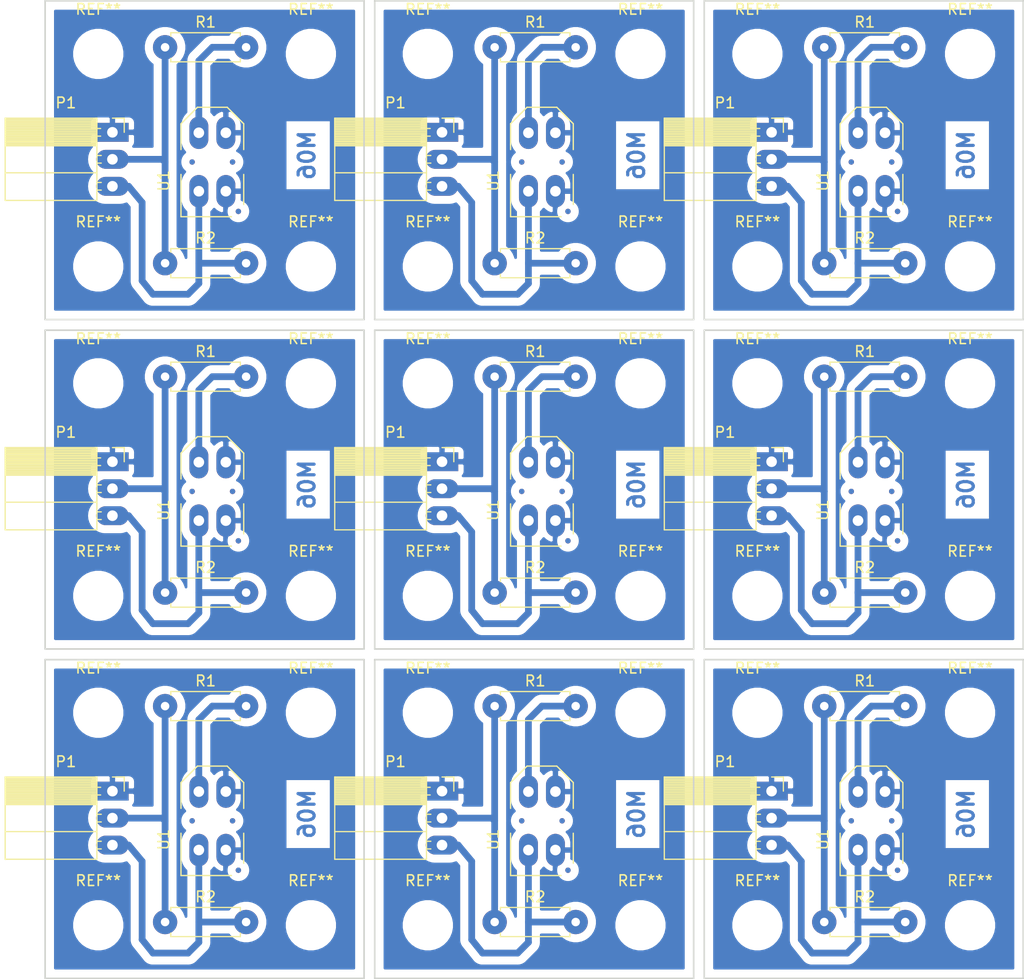
<source format=kicad_pcb>
(kicad_pcb (version 20241229) (generator "pcbnew") (generator_version "9.0")
  (layers (0 "F.Cu" signal) (2 "B.Cu" signal) (13 "F.Paste" user) (15 "B.Paste" user) (5 "F.SilkS" user) (7 "B.SilkS" user) (1 "F.Mask" user) (3 "B.Mask" user) (25 "Edge.Cuts" user))
  (net 0 "")
  (net 1 "GND")
  (net 2 "Net-(P1-Pad2)")
  (net 3 "Net-(P1-Pad3)")
  (net 4 "Net-(R1-Pad2)")
  (footprint "Mounting_Holes:MountingHole_3.2mm_M3" (layer "F.Cu") (at 135 80)
    (property "Reference" "REF**")
    (property "Value" "MountingHole_3.2mm_M3" (hide yes))
  )
  (footprint "Mounting_Holes:MountingHole_3.2mm_M3" (layer "F.Cu") (at 115 80)
    (property "Reference" "REF**")
    (property "Value" "MountingHole_3.2mm_M3" (hide yes))
  )
  (footprint "Mounting_Holes:MountingHole_3.2mm_M3" (layer "F.Cu") (at 115 100)
    (property "Reference" "REF**")
    (property "Value" "MountingHole_3.2mm_M3" (hide yes))
  )
  (footprint "Mounting_Holes:MountingHole_3.2mm_M3" (layer "F.Cu") (at 135 100)
    (property "Reference" "REF**")
    (property "Value" "MountingHole_3.2mm_M3" (hide yes))
  )
  (footprint "Connector_PinSocket_2.54mm:PinSocket_1x03_P2.54mm_Horizontal" (layer "F.Cu") (at 116.332 87.376)
    (property "Reference" "P1")
    (property "Value" "Conn_01x03")
  )
  (footprint "Resistor_THT:R_Axial_DIN0207_L6.3mm_D2.5mm_P7.62mm_Horizontal" (layer "F.Cu") (at 121.285 79.375)
    (property "Reference" "R1")
    (property "Value" "180")
  )
  (footprint "Resistor_THT:R_Axial_DIN0207_L6.3mm_D2.5mm_P7.62mm_Horizontal" (layer "F.Cu") (at 121.285 99.695)
    (property "Reference" "R2")
    (property "Value" "10K")
  )
  (footprint "Modulo_seguidor1:OPTO_TCRT5000" (layer "F.Cu") (at 125.73 90.17 90)
    (property "Reference" "U1")
    (property "Value" "TCRT5000")
  )
  (footprint "Modulo_seguidor1:OPTO_TCRT5000" (layer "F.Cu") (at 156.73 90.17 90)
    (property "Reference" "U1")
    (property "Value" "TCRT5000")
  )
  (footprint "Modulo_seguidor1:OPTO_TCRT5000" (layer "F.Cu") (at 187.73 90.17 90)
    (property "Reference" "U1")
    (property "Value" "TCRT5000")
  )
  (footprint "Modulo_seguidor1:OPTO_TCRT5000" (layer "F.Cu") (at 125.73 121.17 90)
    (property "Reference" "U1")
    (property "Value" "TCRT5000")
  )
  (footprint "Modulo_seguidor1:OPTO_TCRT5000" (layer "F.Cu") (at 156.73 121.17 90)
    (property "Reference" "U1")
    (property "Value" "TCRT5000")
  )
  (footprint "Modulo_seguidor1:OPTO_TCRT5000" (layer "F.Cu") (at 187.73 121.17 90)
    (property "Reference" "U1")
    (property "Value" "TCRT5000")
  )
  (footprint "Modulo_seguidor1:OPTO_TCRT5000" (layer "F.Cu") (at 125.73 152.17 90)
    (property "Reference" "U1")
    (property "Value" "TCRT5000")
  )
  (footprint "Modulo_seguidor1:OPTO_TCRT5000" (layer "F.Cu") (at 156.73 152.17 90)
    (property "Reference" "U1")
    (property "Value" "TCRT5000")
  )
  (footprint "Modulo_seguidor1:OPTO_TCRT5000" (layer "F.Cu") (at 187.73 152.17 90)
    (property "Reference" "U1")
    (property "Value" "TCRT5000")
  )
  (footprint "Mounting_Holes:MountingHole_3.2mm_M3" (layer "F.Cu") (at 146 100)
    (property "Reference" "REF**")
    (property "Value" "MountingHole_3.2mm_M3" (hide yes))
  )
  (footprint "Mounting_Holes:MountingHole_3.2mm_M3" (layer "F.Cu") (at 177 100)
    (property "Reference" "REF**")
    (property "Value" "MountingHole_3.2mm_M3" (hide yes))
  )
  (footprint "Mounting_Holes:MountingHole_3.2mm_M3" (layer "F.Cu") (at 115 131)
    (property "Reference" "REF**")
    (property "Value" "MountingHole_3.2mm_M3" (hide yes))
  )
  (footprint "Mounting_Holes:MountingHole_3.2mm_M3" (layer "F.Cu") (at 146 131)
    (property "Reference" "REF**")
    (property "Value" "MountingHole_3.2mm_M3" (hide yes))
  )
  (footprint "Mounting_Holes:MountingHole_3.2mm_M3" (layer "F.Cu") (at 177 131)
    (property "Reference" "REF**")
    (property "Value" "MountingHole_3.2mm_M3" (hide yes))
  )
  (footprint "Mounting_Holes:MountingHole_3.2mm_M3" (layer "F.Cu") (at 115 162)
    (property "Reference" "REF**")
    (property "Value" "MountingHole_3.2mm_M3" (hide yes))
  )
  (footprint "Mounting_Holes:MountingHole_3.2mm_M3" (layer "F.Cu") (at 146 162)
    (property "Reference" "REF**")
    (property "Value" "MountingHole_3.2mm_M3" (hide yes))
  )
  (footprint "Mounting_Holes:MountingHole_3.2mm_M3" (layer "F.Cu") (at 177 162)
    (property "Reference" "REF**")
    (property "Value" "MountingHole_3.2mm_M3" (hide yes))
  )
  (footprint "Mounting_Holes:MountingHole_3.2mm_M3" (layer "F.Cu") (at 146 80)
    (property "Reference" "REF**")
    (property "Value" "MountingHole_3.2mm_M3" (hide yes))
  )
  (footprint "Mounting_Holes:MountingHole_3.2mm_M3" (layer "F.Cu") (at 177 80)
    (property "Reference" "REF**")
    (property "Value" "MountingHole_3.2mm_M3" (hide yes))
  )
  (footprint "Mounting_Holes:MountingHole_3.2mm_M3" (layer "F.Cu") (at 115 111)
    (property "Reference" "REF**")
    (property "Value" "MountingHole_3.2mm_M3" (hide yes))
  )
  (footprint "Mounting_Holes:MountingHole_3.2mm_M3" (layer "F.Cu") (at 146 111)
    (property "Reference" "REF**")
    (property "Value" "MountingHole_3.2mm_M3" (hide yes))
  )
  (footprint "Mounting_Holes:MountingHole_3.2mm_M3" (layer "F.Cu") (at 177 111)
    (property "Reference" "REF**")
    (property "Value" "MountingHole_3.2mm_M3" (hide yes))
  )
  (footprint "Mounting_Holes:MountingHole_3.2mm_M3" (layer "F.Cu") (at 115 142)
    (property "Reference" "REF**")
    (property "Value" "MountingHole_3.2mm_M3" (hide yes))
  )
  (footprint "Mounting_Holes:MountingHole_3.2mm_M3" (layer "F.Cu") (at 146 142)
    (property "Reference" "REF**")
    (property "Value" "MountingHole_3.2mm_M3" (hide yes))
  )
  (footprint "Mounting_Holes:MountingHole_3.2mm_M3" (layer "F.Cu") (at 177 142)
    (property "Reference" "REF**")
    (property "Value" "MountingHole_3.2mm_M3" (hide yes))
  )
  (footprint "Resistor_THT:R_Axial_DIN0207_L6.3mm_D2.5mm_P7.62mm_Horizontal" (layer "F.Cu") (at 152.285 99.695)
    (property "Reference" "R2")
    (property "Value" "10K")
  )
  (footprint "Resistor_THT:R_Axial_DIN0207_L6.3mm_D2.5mm_P7.62mm_Horizontal" (layer "F.Cu") (at 183.285 99.695)
    (property "Reference" "R2")
    (property "Value" "10K")
  )
  (footprint "Resistor_THT:R_Axial_DIN0207_L6.3mm_D2.5mm_P7.62mm_Horizontal" (layer "F.Cu") (at 121.285 130.695)
    (property "Reference" "R2")
    (property "Value" "10K")
  )
  (footprint "Resistor_THT:R_Axial_DIN0207_L6.3mm_D2.5mm_P7.62mm_Horizontal" (layer "F.Cu") (at 152.285 130.695)
    (property "Reference" "R2")
    (property "Value" "10K")
  )
  (footprint "Resistor_THT:R_Axial_DIN0207_L6.3mm_D2.5mm_P7.62mm_Horizontal" (layer "F.Cu") (at 183.285 130.695)
    (property "Reference" "R2")
    (property "Value" "10K")
  )
  (footprint "Resistor_THT:R_Axial_DIN0207_L6.3mm_D2.5mm_P7.62mm_Horizontal" (layer "F.Cu") (at 121.285 161.695)
    (property "Reference" "R2")
    (property "Value" "10K")
  )
  (footprint "Resistor_THT:R_Axial_DIN0207_L6.3mm_D2.5mm_P7.62mm_Horizontal" (layer "F.Cu") (at 152.285 161.695)
    (property "Reference" "R2")
    (property "Value" "10K")
  )
  (footprint "Resistor_THT:R_Axial_DIN0207_L6.3mm_D2.5mm_P7.62mm_Horizontal" (layer "F.Cu") (at 183.285 161.695)
    (property "Reference" "R2")
    (property "Value" "10K")
  )
  (footprint "Mounting_Holes:MountingHole_3.2mm_M3" (layer "F.Cu") (at 166 80)
    (property "Reference" "REF**")
    (property "Value" "MountingHole_3.2mm_M3" (hide yes))
  )
  (footprint "Mounting_Holes:MountingHole_3.2mm_M3" (layer "F.Cu") (at 197 80)
    (property "Reference" "REF**")
    (property "Value" "MountingHole_3.2mm_M3" (hide yes))
  )
  (footprint "Mounting_Holes:MountingHole_3.2mm_M3" (layer "F.Cu") (at 135 111)
    (property "Reference" "REF**")
    (property "Value" "MountingHole_3.2mm_M3" (hide yes))
  )
  (footprint "Mounting_Holes:MountingHole_3.2mm_M3" (layer "F.Cu") (at 166 111)
    (property "Reference" "REF**")
    (property "Value" "MountingHole_3.2mm_M3" (hide yes))
  )
  (footprint "Mounting_Holes:MountingHole_3.2mm_M3" (layer "F.Cu") (at 197 111)
    (property "Reference" "REF**")
    (property "Value" "MountingHole_3.2mm_M3" (hide yes))
  )
  (footprint "Mounting_Holes:MountingHole_3.2mm_M3" (layer "F.Cu") (at 135 142)
    (property "Reference" "REF**")
    (property "Value" "MountingHole_3.2mm_M3" (hide yes))
  )
  (footprint "Mounting_Holes:MountingHole_3.2mm_M3" (layer "F.Cu") (at 166 142)
    (property "Reference" "REF**")
    (property "Value" "MountingHole_3.2mm_M3" (hide yes))
  )
  (footprint "Mounting_Holes:MountingHole_3.2mm_M3" (layer "F.Cu") (at 197 142)
    (property "Reference" "REF**")
    (property "Value" "MountingHole_3.2mm_M3" (hide yes))
  )
  (footprint "Mounting_Holes:MountingHole_3.2mm_M3" (layer "F.Cu") (at 166 100)
    (property "Reference" "REF**")
    (property "Value" "MountingHole_3.2mm_M3" (hide yes))
  )
  (footprint "Mounting_Holes:MountingHole_3.2mm_M3" (layer "F.Cu") (at 197 100)
    (property "Reference" "REF**")
    (property "Value" "MountingHole_3.2mm_M3" (hide yes))
  )
  (footprint "Mounting_Holes:MountingHole_3.2mm_M3" (layer "F.Cu") (at 135 131)
    (property "Reference" "REF**")
    (property "Value" "MountingHole_3.2mm_M3" (hide yes))
  )
  (footprint "Mounting_Holes:MountingHole_3.2mm_M3" (layer "F.Cu") (at 166 131)
    (property "Reference" "REF**")
    (property "Value" "MountingHole_3.2mm_M3" (hide yes))
  )
  (footprint "Mounting_Holes:MountingHole_3.2mm_M3" (layer "F.Cu") (at 197 131)
    (property "Reference" "REF**")
    (property "Value" "MountingHole_3.2mm_M3" (hide yes))
  )
  (footprint "Mounting_Holes:MountingHole_3.2mm_M3" (layer "F.Cu") (at 135 162)
    (property "Reference" "REF**")
    (property "Value" "MountingHole_3.2mm_M3" (hide yes))
  )
  (footprint "Mounting_Holes:MountingHole_3.2mm_M3" (layer "F.Cu") (at 166 162)
    (property "Reference" "REF**")
    (property "Value" "MountingHole_3.2mm_M3" (hide yes))
  )
  (footprint "Mounting_Holes:MountingHole_3.2mm_M3" (layer "F.Cu") (at 197 162)
    (property "Reference" "REF**")
    (property "Value" "MountingHole_3.2mm_M3" (hide yes))
  )
  (footprint "Resistor_THT:R_Axial_DIN0207_L6.3mm_D2.5mm_P7.62mm_Horizontal" (layer "F.Cu") (at 152.285 79.375)
    (property "Reference" "R1")
    (property "Value" "180")
  )
  (footprint "Resistor_THT:R_Axial_DIN0207_L6.3mm_D2.5mm_P7.62mm_Horizontal" (layer "F.Cu") (at 183.285 79.375)
    (property "Reference" "R1")
    (property "Value" "180")
  )
  (footprint "Resistor_THT:R_Axial_DIN0207_L6.3mm_D2.5mm_P7.62mm_Horizontal" (layer "F.Cu") (at 121.285 110.375)
    (property "Reference" "R1")
    (property "Value" "180")
  )
  (footprint "Resistor_THT:R_Axial_DIN0207_L6.3mm_D2.5mm_P7.62mm_Horizontal" (layer "F.Cu") (at 152.285 110.375)
    (property "Reference" "R1")
    (property "Value" "180")
  )
  (footprint "Resistor_THT:R_Axial_DIN0207_L6.3mm_D2.5mm_P7.62mm_Horizontal" (layer "F.Cu") (at 183.285 110.375)
    (property "Reference" "R1")
    (property "Value" "180")
  )
  (footprint "Resistor_THT:R_Axial_DIN0207_L6.3mm_D2.5mm_P7.62mm_Horizontal" (layer "F.Cu") (at 121.285 141.375)
    (property "Reference" "R1")
    (property "Value" "180")
  )
  (footprint "Resistor_THT:R_Axial_DIN0207_L6.3mm_D2.5mm_P7.62mm_Horizontal" (layer "F.Cu") (at 152.285 141.375)
    (property "Reference" "R1")
    (property "Value" "180")
  )
  (footprint "Resistor_THT:R_Axial_DIN0207_L6.3mm_D2.5mm_P7.62mm_Horizontal" (layer "F.Cu") (at 183.285 141.375)
    (property "Reference" "R1")
    (property "Value" "180")
  )
  (footprint "Connector_PinSocket_2.54mm:PinSocket_1x03_P2.54mm_Horizontal" (layer "F.Cu") (at 147.332 87.376)
    (property "Reference" "P1")
    (property "Value" "Conn_01x03")
  )
  (footprint "Connector_PinSocket_2.54mm:PinSocket_1x03_P2.54mm_Horizontal" (layer "F.Cu") (at 178.332 87.376)
    (property "Reference" "P1")
    (property "Value" "Conn_01x03")
  )
  (footprint "Connector_PinSocket_2.54mm:PinSocket_1x03_P2.54mm_Horizontal" (layer "F.Cu") (at 116.332 118.376)
    (property "Reference" "P1")
    (property "Value" "Conn_01x03")
  )
  (footprint "Connector_PinSocket_2.54mm:PinSocket_1x03_P2.54mm_Horizontal" (layer "F.Cu") (at 147.332 118.376)
    (property "Reference" "P1")
    (property "Value" "Conn_01x03")
  )
  (footprint "Connector_PinSocket_2.54mm:PinSocket_1x03_P2.54mm_Horizontal" (layer "F.Cu") (at 178.332 118.376)
    (property "Reference" "P1")
    (property "Value" "Conn_01x03")
  )
  (footprint "Connector_PinSocket_2.54mm:PinSocket_1x03_P2.54mm_Horizontal" (layer "F.Cu") (at 116.332 149.376)
    (property "Reference" "P1")
    (property "Value" "Conn_01x03")
  )
  (footprint "Connector_PinSocket_2.54mm:PinSocket_1x03_P2.54mm_Horizontal" (layer "F.Cu") (at 147.332 149.376)
    (property "Reference" "P1")
    (property "Value" "Conn_01x03")
  )
  (footprint "Connector_PinSocket_2.54mm:PinSocket_1x03_P2.54mm_Horizontal" (layer "F.Cu") (at 178.332 149.376)
    (property "Reference" "P1")
    (property "Value" "Conn_01x03")
  )
  (gr_line (start 141 105) (end 141 75) (stroke (width 0.15)) (layer "Edge.Cuts"))
  (gr_line (start 172 105) (end 172 75) (stroke (width 0.15)) (layer "Edge.Cuts"))
  (gr_line (start 110 136) (end 110 106) (stroke (width 0.15)) (layer "Edge.Cuts"))
  (gr_line (start 141 136) (end 141 106) (stroke (width 0.15)) (layer "Edge.Cuts"))
  (gr_line (start 172 136) (end 172 106) (stroke (width 0.15)) (layer "Edge.Cuts"))
  (gr_line (start 110 167) (end 110 137) (stroke (width 0.15)) (layer "Edge.Cuts"))
  (gr_line (start 141 167) (end 141 137) (stroke (width 0.15)) (layer "Edge.Cuts"))
  (gr_line (start 172 167) (end 172 137) (stroke (width 0.15)) (layer "Edge.Cuts"))
  (gr_line (start 171 75) (end 171 105) (stroke (width 0.15)) (layer "Edge.Cuts"))
  (gr_line (start 202 75) (end 202 105) (stroke (width 0.15)) (layer "Edge.Cuts"))
  (gr_line (start 140 106) (end 140 136) (stroke (width 0.15)) (layer "Edge.Cuts"))
  (gr_line (start 171 106) (end 171 136) (stroke (width 0.15)) (layer "Edge.Cuts"))
  (gr_line (start 202 106) (end 202 136) (stroke (width 0.15)) (layer "Edge.Cuts"))
  (gr_line (start 140 137) (end 140 167) (stroke (width 0.15)) (layer "Edge.Cuts"))
  (gr_line (start 171 137) (end 171 167) (stroke (width 0.15)) (layer "Edge.Cuts"))
  (gr_line (start 202 137) (end 202 167) (stroke (width 0.15)) (layer "Edge.Cuts"))
  (gr_line (start 171 105) (end 141 105) (stroke (width 0.15)) (layer "Edge.Cuts"))
  (gr_line (start 202 105) (end 172 105) (stroke (width 0.15)) (layer "Edge.Cuts"))
  (gr_line (start 140 136) (end 110 136) (stroke (width 0.15)) (layer "Edge.Cuts"))
  (gr_line (start 171 136) (end 141 136) (stroke (width 0.15)) (layer "Edge.Cuts"))
  (gr_line (start 202 136) (end 172 136) (stroke (width 0.15)) (layer "Edge.Cuts"))
  (gr_line (start 140 167) (end 110 167) (stroke (width 0.15)) (layer "Edge.Cuts"))
  (gr_line (start 171 167) (end 141 167) (stroke (width 0.15)) (layer "Edge.Cuts"))
  (gr_line (start 202 167) (end 172 167) (stroke (width 0.15)) (layer "Edge.Cuts"))
  (gr_line (start 141 75) (end 171 75) (stroke (width 0.15)) (layer "Edge.Cuts"))
  (gr_line (start 172 75) (end 202 75) (stroke (width 0.15)) (layer "Edge.Cuts"))
  (gr_line (start 110 106) (end 140 106) (stroke (width 0.15)) (layer "Edge.Cuts"))
  (gr_line (start 141 106) (end 171 106) (stroke (width 0.15)) (layer "Edge.Cuts"))
  (gr_line (start 172 106) (end 202 106) (stroke (width 0.15)) (layer "Edge.Cuts"))
  (gr_line (start 110 137) (end 140 137) (stroke (width 0.15)) (layer "Edge.Cuts"))
  (gr_line (start 141 137) (end 171 137) (stroke (width 0.15)) (layer "Edge.Cuts"))
  (gr_line (start 172 137) (end 202 137) (stroke (width 0.15)) (layer "Edge.Cuts"))
  (gr_line (start 110 105) (end 110 75) (stroke (width 0.15)) (layer "Edge.Cuts"))
  (gr_line (start 110 75) (end 140 75) (stroke (width 0.15)) (layer "Edge.Cuts"))
  (gr_line (start 140 75) (end 140 105) (stroke (width 0.15)) (layer "Edge.Cuts"))
  (gr_line (start 140 105) (end 110 105) (stroke (width 0.15)) (layer "Edge.Cuts"))
  (gr_text "M06" (at 165.62 89.535 90) (layer "B.Cu") (effects (font (size 1.5 1.5) (thickness 0.3)) (justify mirror)))
  (gr_text "M06" (at 196.62 89.535 90) (layer "B.Cu") (effects (font (size 1.5 1.5) (thickness 0.3)) (justify mirror)))
  (gr_text "M06" (at 134.62 120.535 90) (layer "B.Cu") (effects (font (size 1.5 1.5) (thickness 0.3)) (justify mirror)))
  (gr_text "M06" (at 165.62 120.535 90) (layer "B.Cu") (effects (font (size 1.5 1.5) (thickness 0.3)) (justify mirror)))
  (gr_text "M06" (at 196.62 120.535 90) (layer "B.Cu") (effects (font (size 1.5 1.5) (thickness 0.3)) (justify mirror)))
  (gr_text "M06" (at 134.62 151.535 90) (layer "B.Cu") (effects (font (size 1.5 1.5) (thickness 0.3)) (justify mirror)))
  (gr_text "M06" (at 165.62 151.535 90) (layer "B.Cu") (effects (font (size 1.5 1.5) (thickness 0.3)) (justify mirror)))
  (gr_text "M06" (at 196.62 151.535 90) (layer "B.Cu") (effects (font (size 1.5 1.5) (thickness 0.3)) (justify mirror)))
  (gr_text "M06" (at 134.62 89.535 90) (layer "B.Cu") (effects (font (size 1.5 1.5) (thickness 0.3)) (justify mirror)))
  (segment (start 152.031 89.916) (end 152.285 90.17) (width 0.635) (layer "B.Cu") (net 2))
  (segment (start 183.031 89.916) (end 183.285 90.17) (width 0.635) (layer "B.Cu") (net 2))
  (segment (start 121.031 120.916) (end 121.285 121.17) (width 0.635) (layer "B.Cu") (net 2))
  (segment (start 152.031 120.916) (end 152.285 121.17) (width 0.635) (layer "B.Cu") (net 2))
  (segment (start 183.031 120.916) (end 183.285 121.17) (width 0.635) (layer "B.Cu") (net 2))
  (segment (start 121.031 151.916) (end 121.285 152.17) (width 0.635) (layer "B.Cu") (net 2))
  (segment (start 152.031 151.916) (end 152.285 152.17) (width 0.635) (layer "B.Cu") (net 2))
  (segment (start 183.031 151.916) (end 183.285 152.17) (width 0.635) (layer "B.Cu") (net 2))
  (segment (start 152.285 90.17) (end 152.285 79.375) (width 0.635) (layer "B.Cu") (net 2))
  (segment (start 183.285 90.17) (end 183.285 79.375) (width 0.635) (layer "B.Cu") (net 2))
  (segment (start 121.285 121.17) (end 121.285 110.375) (width 0.635) (layer "B.Cu") (net 2))
  (segment (start 152.285 121.17) (end 152.285 110.375) (width 0.635) (layer "B.Cu") (net 2))
  (segment (start 183.285 121.17) (end 183.285 110.375) (width 0.635) (layer "B.Cu") (net 2))
  (segment (start 121.285 152.17) (end 121.285 141.375) (width 0.635) (layer "B.Cu") (net 2))
  (segment (start 152.285 152.17) (end 152.285 141.375) (width 0.635) (layer "B.Cu") (net 2))
  (segment (start 183.285 152.17) (end 183.285 141.375) (width 0.635) (layer "B.Cu") (net 2))
  (segment (start 152.285 99.695) (end 152.285 90.17) (width 0.635) (layer "B.Cu") (net 2))
  (segment (start 183.285 99.695) (end 183.285 90.17) (width 0.635) (layer "B.Cu") (net 2))
  (segment (start 121.285 130.695) (end 121.285 121.17) (width 0.635) (layer "B.Cu") (net 2))
  (segment (start 152.285 130.695) (end 152.285 121.17) (width 0.635) (layer "B.Cu") (net 2))
  (segment (start 183.285 130.695) (end 183.285 121.17) (width 0.635) (layer "B.Cu") (net 2))
  (segment (start 121.285 161.695) (end 121.285 152.17) (width 0.635) (layer "B.Cu") (net 2))
  (segment (start 152.285 161.695) (end 152.285 152.17) (width 0.635) (layer "B.Cu") (net 2))
  (segment (start 183.285 161.695) (end 183.285 152.17) (width 0.635) (layer "B.Cu") (net 2))
  (segment (start 147.332 89.916) (end 152.031 89.916) (width 0.635) (layer "B.Cu") (net 2))
  (segment (start 178.332 89.916) (end 183.031 89.916) (width 0.635) (layer "B.Cu") (net 2))
  (segment (start 116.332 120.916) (end 121.031 120.916) (width 0.635) (layer "B.Cu") (net 2))
  (segment (start 147.332 120.916) (end 152.031 120.916) (width 0.635) (layer "B.Cu") (net 2))
  (segment (start 178.332 120.916) (end 183.031 120.916) (width 0.635) (layer "B.Cu") (net 2))
  (segment (start 116.332 151.916) (end 121.031 151.916) (width 0.635) (layer "B.Cu") (net 2))
  (segment (start 147.332 151.916) (end 152.031 151.916) (width 0.635) (layer "B.Cu") (net 2))
  (segment (start 178.332 151.916) (end 183.031 151.916) (width 0.635) (layer "B.Cu") (net 2))
  (segment (start 116.332 89.916) (end 121.031 89.916) (width 0.635) (layer "B.Cu") (net 2))
  (segment (start 121.285 99.695) (end 121.285 90.17) (width 0.635) (layer "B.Cu") (net 2))
  (segment (start 121.285 90.17) (end 121.285 79.375) (width 0.635) (layer "B.Cu") (net 2))
  (segment (start 121.031 89.916) (end 121.285 90.17) (width 0.635) (layer "B.Cu") (net 2))
  (segment (start 155.46 99.695) (end 159.905 99.695) (width 0.635) (layer "B.Cu") (net 3))
  (segment (start 186.46 99.695) (end 190.905 99.695) (width 0.635) (layer "B.Cu") (net 3))
  (segment (start 124.46 130.695) (end 128.905 130.695) (width 0.635) (layer "B.Cu") (net 3))
  (segment (start 155.46 130.695) (end 159.905 130.695) (width 0.635) (layer "B.Cu") (net 3))
  (segment (start 186.46 130.695) (end 190.905 130.695) (width 0.635) (layer "B.Cu") (net 3))
  (segment (start 124.46 161.695) (end 128.905 161.695) (width 0.635) (layer "B.Cu") (net 3))
  (segment (start 155.46 161.695) (end 159.905 161.695) (width 0.635) (layer "B.Cu") (net 3))
  (segment (start 186.46 161.695) (end 190.905 161.695) (width 0.635) (layer "B.Cu") (net 3))
  (segment (start 155.46 101.6) (end 155.46 99.695) (width 0.635) (layer "B.Cu") (net 3))
  (segment (start 186.46 101.6) (end 186.46 99.695) (width 0.635) (layer "B.Cu") (net 3))
  (segment (start 124.46 132.6) (end 124.46 130.695) (width 0.635) (layer "B.Cu") (net 3))
  (segment (start 155.46 132.6) (end 155.46 130.695) (width 0.635) (layer "B.Cu") (net 3))
  (segment (start 186.46 132.6) (end 186.46 130.695) (width 0.635) (layer "B.Cu") (net 3))
  (segment (start 124.46 163.6) (end 124.46 161.695) (width 0.635) (layer "B.Cu") (net 3))
  (segment (start 155.46 163.6) (end 155.46 161.695) (width 0.635) (layer "B.Cu") (net 3))
  (segment (start 186.46 163.6) (end 186.46 161.695) (width 0.635) (layer "B.Cu") (net 3))
  (segment (start 148.856 92.456) (end 150.126 93.98) (width 0.635) (layer "B.Cu") (net 3))
  (segment (start 179.856 92.456) (end 181.126 93.98) (width 0.635) (layer "B.Cu") (net 3))
  (segment (start 117.856 123.456) (end 119.126 124.98) (width 0.635) (layer "B.Cu") (net 3))
  (segment (start 148.856 123.456) (end 150.126 124.98) (width 0.635) (layer "B.Cu") (net 3))
  (segment (start 179.856 123.456) (end 181.126 124.98) (width 0.635) (layer "B.Cu") (net 3))
  (segment (start 117.856 154.456) (end 119.126 155.98) (width 0.635) (layer "B.Cu") (net 3))
  (segment (start 148.856 154.456) (end 150.126 155.98) (width 0.635) (layer "B.Cu") (net 3))
  (segment (start 179.856 154.456) (end 181.126 155.98) (width 0.635) (layer "B.Cu") (net 3))
  (segment (start 150.126 101.346) (end 151.142 102.616) (width 0.635) (layer "B.Cu") (net 3))
  (segment (start 181.126 101.346) (end 182.142 102.616) (width 0.635) (layer "B.Cu") (net 3))
  (segment (start 119.126 132.346) (end 120.142 133.616) (width 0.635) (layer "B.Cu") (net 3))
  (segment (start 150.126 132.346) (end 151.142 133.616) (width 0.635) (layer "B.Cu") (net 3))
  (segment (start 181.126 132.346) (end 182.142 133.616) (width 0.635) (layer "B.Cu") (net 3))
  (segment (start 119.126 163.346) (end 120.142 164.616) (width 0.635) (layer "B.Cu") (net 3))
  (segment (start 150.126 163.346) (end 151.142 164.616) (width 0.635) (layer "B.Cu") (net 3))
  (segment (start 181.126 163.346) (end 182.142 164.616) (width 0.635) (layer "B.Cu") (net 3))
  (segment (start 150.126 93.98) (end 150.126 101.346) (width 0.635) (layer "B.Cu") (net 3))
  (segment (start 181.126 93.98) (end 181.126 101.346) (width 0.635) (layer "B.Cu") (net 3))
  (segment (start 119.126 124.98) (end 119.126 132.346) (width 0.635) (layer "B.Cu") (net 3))
  (segment (start 150.126 124.98) (end 150.126 132.346) (width 0.635) (layer "B.Cu") (net 3))
  (segment (start 181.126 124.98) (end 181.126 132.346) (width 0.635) (layer "B.Cu") (net 3))
  (segment (start 119.126 155.98) (end 119.126 163.346) (width 0.635) (layer "B.Cu") (net 3))
  (segment (start 150.126 155.98) (end 150.126 163.346) (width 0.635) (layer "B.Cu") (net 3))
  (segment (start 181.126 155.98) (end 181.126 163.346) (width 0.635) (layer "B.Cu") (net 3))
  (segment (start 147.332 92.456) (end 148.856 92.456) (width 0.635) (layer "B.Cu") (net 3))
  (segment (start 178.332 92.456) (end 179.856 92.456) (width 0.635) (layer "B.Cu") (net 3))
  (segment (start 116.332 123.456) (end 117.856 123.456) (width 0.635) (layer "B.Cu") (net 3))
  (segment (start 147.332 123.456) (end 148.856 123.456) (width 0.635) (layer "B.Cu") (net 3))
  (segment (start 178.332 123.456) (end 179.856 123.456) (width 0.635) (layer "B.Cu") (net 3))
  (segment (start 116.332 154.456) (end 117.856 154.456) (width 0.635) (layer "B.Cu") (net 3))
  (segment (start 147.332 154.456) (end 148.856 154.456) (width 0.635) (layer "B.Cu") (net 3))
  (segment (start 178.332 154.456) (end 179.856 154.456) (width 0.635) (layer "B.Cu") (net 3))
  (segment (start 155.46 92.92) (end 155.46 99.695) (width 0.635) (layer "B.Cu") (net 3))
  (segment (start 186.46 92.92) (end 186.46 99.695) (width 0.635) (layer "B.Cu") (net 3))
  (segment (start 124.46 123.92) (end 124.46 130.695) (width 0.635) (layer "B.Cu") (net 3))
  (segment (start 155.46 123.92) (end 155.46 130.695) (width 0.635) (layer "B.Cu") (net 3))
  (segment (start 186.46 123.92) (end 186.46 130.695) (width 0.635) (layer "B.Cu") (net 3))
  (segment (start 124.46 154.92) (end 124.46 161.695) (width 0.635) (layer "B.Cu") (net 3))
  (segment (start 155.46 154.92) (end 155.46 161.695) (width 0.635) (layer "B.Cu") (net 3))
  (segment (start 186.46 154.92) (end 186.46 161.695) (width 0.635) (layer "B.Cu") (net 3))
  (segment (start 154.444 102.616) (end 155.46 101.6) (width 0.635) (layer "B.Cu") (net 3))
  (segment (start 185.444 102.616) (end 186.46 101.6) (width 0.635) (layer "B.Cu") (net 3))
  (segment (start 123.444 133.616) (end 124.46 132.6) (width 0.635) (layer "B.Cu") (net 3))
  (segment (start 154.444 133.616) (end 155.46 132.6) (width 0.635) (layer "B.Cu") (net 3))
  (segment (start 185.444 133.616) (end 186.46 132.6) (width 0.635) (layer "B.Cu") (net 3))
  (segment (start 123.444 164.616) (end 124.46 163.6) (width 0.635) (layer "B.Cu") (net 3))
  (segment (start 154.444 164.616) (end 155.46 163.6) (width 0.635) (layer "B.Cu") (net 3))
  (segment (start 185.444 164.616) (end 186.46 163.6) (width 0.635) (layer "B.Cu") (net 3))
  (segment (start 151.142 102.616) (end 154.444 102.616) (width 0.635) (layer "B.Cu") (net 3))
  (segment (start 182.142 102.616) (end 185.444 102.616) (width 0.635) (layer "B.Cu") (net 3))
  (segment (start 120.142 133.616) (end 123.444 133.616) (width 0.635) (layer "B.Cu") (net 3))
  (segment (start 151.142 133.616) (end 154.444 133.616) (width 0.635) (layer "B.Cu") (net 3))
  (segment (start 182.142 133.616) (end 185.444 133.616) (width 0.635) (layer "B.Cu") (net 3))
  (segment (start 120.142 164.616) (end 123.444 164.616) (width 0.635) (layer "B.Cu") (net 3))
  (segment (start 151.142 164.616) (end 154.444 164.616) (width 0.635) (layer "B.Cu") (net 3))
  (segment (start 182.142 164.616) (end 185.444 164.616) (width 0.635) (layer "B.Cu") (net 3))
  (segment (start 123.444 102.616) (end 124.46 101.6) (width 0.635) (layer "B.Cu") (net 3))
  (segment (start 119.126 101.346) (end 120.142 102.616) (width 0.635) (layer "B.Cu") (net 3))
  (segment (start 116.332 92.456) (end 117.856 92.456) (width 0.635) (layer "B.Cu") (net 3))
  (segment (start 124.46 99.695) (end 128.905 99.695) (width 0.635) (layer "B.Cu") (net 3))
  (segment (start 119.126 93.98) (end 119.126 101.346) (width 0.635) (layer "B.Cu") (net 3))
  (segment (start 120.142 102.616) (end 123.444 102.616) (width 0.635) (layer "B.Cu") (net 3))
  (segment (start 124.46 92.92) (end 124.46 99.695) (width 0.635) (layer "B.Cu") (net 3))
  (segment (start 117.856 92.456) (end 119.126 93.98) (width 0.635) (layer "B.Cu") (net 3))
  (segment (start 124.46 101.6) (end 124.46 99.695) (width 0.635) (layer "B.Cu") (net 3))
  (segment (start 155.46 80.645) (end 156.73 79.375) (width 0.635) (layer "B.Cu") (net 4))
  (segment (start 186.46 80.645) (end 187.73 79.375) (width 0.635) (layer "B.Cu") (net 4))
  (segment (start 124.46 111.645) (end 125.73 110.375) (width 0.635) (layer "B.Cu") (net 4))
  (segment (start 155.46 111.645) (end 156.73 110.375) (width 0.635) (layer "B.Cu") (net 4))
  (segment (start 186.46 111.645) (end 187.73 110.375) (width 0.635) (layer "B.Cu") (net 4))
  (segment (start 124.46 142.645) (end 125.73 141.375) (width 0.635) (layer "B.Cu") (net 4))
  (segment (start 155.46 142.645) (end 156.73 141.375) (width 0.635) (layer "B.Cu") (net 4))
  (segment (start 186.46 142.645) (end 187.73 141.375) (width 0.635) (layer "B.Cu") (net 4))
  (segment (start 155.46 87.42) (end 155.46 80.645) (width 0.635) (layer "B.Cu") (net 4))
  (segment (start 186.46 87.42) (end 186.46 80.645) (width 0.635) (layer "B.Cu") (net 4))
  (segment (start 124.46 118.42) (end 124.46 111.645) (width 0.635) (layer "B.Cu") (net 4))
  (segment (start 155.46 118.42) (end 155.46 111.645) (width 0.635) (layer "B.Cu") (net 4))
  (segment (start 186.46 118.42) (end 186.46 111.645) (width 0.635) (layer "B.Cu") (net 4))
  (segment (start 124.46 149.42) (end 124.46 142.645) (width 0.635) (layer "B.Cu") (net 4))
  (segment (start 155.46 149.42) (end 155.46 142.645) (width 0.635) (layer "B.Cu") (net 4))
  (segment (start 186.46 149.42) (end 186.46 142.645) (width 0.635) (layer "B.Cu") (net 4))
  (segment (start 156.73 79.375) (end 159.905 79.375) (width 0.635) (layer "B.Cu") (net 4))
  (segment (start 187.73 79.375) (end 190.905 79.375) (width 0.635) (layer "B.Cu") (net 4))
  (segment (start 125.73 110.375) (end 128.905 110.375) (width 0.635) (layer "B.Cu") (net 4))
  (segment (start 156.73 110.375) (end 159.905 110.375) (width 0.635) (layer "B.Cu") (net 4))
  (segment (start 187.73 110.375) (end 190.905 110.375) (width 0.635) (layer "B.Cu") (net 4))
  (segment (start 125.73 141.375) (end 128.905 141.375) (width 0.635) (layer "B.Cu") (net 4))
  (segment (start 156.73 141.375) (end 159.905 141.375) (width 0.635) (layer "B.Cu") (net 4))
  (segment (start 187.73 141.375) (end 190.905 141.375) (width 0.635) (layer "B.Cu") (net 4))
  (segment (start 124.46 80.645) (end 125.73 79.375) (width 0.635) (layer "B.Cu") (net 4))
  (segment (start 125.73 79.375) (end 128.905 79.375) (width 0.635) (layer "B.Cu") (net 4))
  (segment (start 124.46 87.42) (end 124.46 80.645) (width 0.635) (layer "B.Cu") (net 4))
  (zone (net 1) (net_name "GND") (layer "B.Cu") (connect_pads (clearance 0.762)) (min_thickness 0.254) (fill yes (thermal_gap 0.508) (thermal_bridge_width 0.508))
    (polygon (pts (xy 201.954 166.902) (xy 171.982 166.902) (xy 171.982 136.93) (xy 201.954 136.93)))
  )
  (zone (net 1) (net_name "GND") (layer "B.Cu") (connect_pads (clearance 0.762)) (min_thickness 0.254) (fill yes (thermal_gap 0.508) (thermal_bridge_width 0.508))
    (polygon (pts (xy 170.954 166.902) (xy 140.982 166.902) (xy 140.982 136.93) (xy 170.954 136.93)))
  )
  (zone (net 1) (net_name "GND") (layer "B.Cu") (connect_pads (clearance 0.762)) (min_thickness 0.254) (fill yes (thermal_gap 0.508) (thermal_bridge_width 0.508))
    (polygon (pts (xy 139.954 166.902) (xy 109.982 166.902) (xy 109.982 136.93) (xy 139.954 136.93)))
  )
  (zone (net 1) (net_name "GND") (layer "B.Cu") (connect_pads (clearance 0.762)) (min_thickness 0.254) (fill yes (thermal_gap 0.508) (thermal_bridge_width 0.508))
    (polygon (pts (xy 201.954 135.902) (xy 171.982 135.902) (xy 171.982 105.93) (xy 201.954 105.93)))
  )
  (zone (net 1) (net_name "GND") (layer "B.Cu") (connect_pads (clearance 0.762)) (min_thickness 0.254) (fill yes (thermal_gap 0.508) (thermal_bridge_width 0.508))
    (polygon (pts (xy 170.954 135.902) (xy 140.982 135.902) (xy 140.982 105.93) (xy 170.954 105.93)))
  )
  (zone (net 1) (net_name "GND") (layer "B.Cu") (connect_pads (clearance 0.762)) (min_thickness 0.254) (fill yes (thermal_gap 0.508) (thermal_bridge_width 0.508))
    (polygon (pts (xy 139.954 135.902) (xy 109.982 135.902) (xy 109.982 105.93) (xy 139.954 105.93)))
  )
  (zone (net 1) (net_name "GND") (layer "B.Cu") (connect_pads (clearance 0.762)) (min_thickness 0.254) (fill yes (thermal_gap 0.508) (thermal_bridge_width 0.508))
    (polygon (pts (xy 201.954 104.902) (xy 171.982 104.902) (xy 171.982 74.93) (xy 201.954 74.93)))
  )
  (zone (net 1) (net_name "GND") (layer "B.Cu") (connect_pads (clearance 0.762)) (min_thickness 0.254) (fill yes (thermal_gap 0.508) (thermal_bridge_width 0.508))
    (polygon (pts (xy 170.954 104.902) (xy 140.982 104.902) (xy 140.982 74.93) (xy 170.954 74.93)))
  )
  (zone (net 1) (net_name "GND") (layer "B.Cu") (connect_pads (clearance 0.762)) (min_thickness 0.254) (fill yes (thermal_gap 0.508) (thermal_bridge_width 0.508))
    (polygon (pts (xy 139.954 104.902) (xy 109.982 104.902) (xy 109.982 74.93) (xy 139.954 74.93)))
  )
)
</source>
